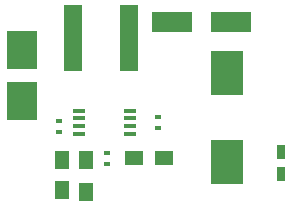
<source format=gbr>
G04 #@! TF.FileFunction,Paste,Top*
%FSLAX46Y46*%
G04 Gerber Fmt 4.6, Leading zero omitted, Abs format (unit mm)*
G04 Created by KiCad (PCBNEW 4.0.7) date 11/01/17 14:12:36*
%MOMM*%
%LPD*%
G01*
G04 APERTURE LIST*
%ADD10C,0.076200*%
%ADD11R,1.100000X0.400000*%
%ADD12R,1.500000X1.250000*%
%ADD13R,1.250000X1.500000*%
%ADD14R,0.750000X1.200000*%
%ADD15R,3.500000X1.800000*%
%ADD16R,0.600000X0.400000*%
%ADD17R,1.300000X1.500000*%
%ADD18R,2.500000X3.200000*%
%ADD19R,2.700000X3.750000*%
%ADD20R,1.600000X5.700000*%
G04 APERTURE END LIST*
D10*
D11*
X176412000Y-106213000D03*
X176412000Y-106863000D03*
X176412000Y-107513000D03*
X176412000Y-108163000D03*
X180712000Y-108163000D03*
X180712000Y-107513000D03*
X180712000Y-106863000D03*
X180712000Y-106213000D03*
D12*
X181122000Y-110236000D03*
X183622000Y-110236000D03*
D13*
X175006000Y-112883000D03*
X175006000Y-110383000D03*
D14*
X193548000Y-111567000D03*
X193548000Y-109667000D03*
D15*
X189317000Y-98679000D03*
X184317000Y-98679000D03*
D16*
X183134000Y-107638000D03*
X183134000Y-106738000D03*
X178816000Y-109786000D03*
X178816000Y-110686000D03*
D17*
X177038000Y-113110000D03*
X177038000Y-110410000D03*
D16*
X174752000Y-107119000D03*
X174752000Y-108019000D03*
D18*
X171577000Y-101092000D03*
X171577000Y-105392000D03*
D19*
X188976000Y-103032000D03*
X188976000Y-110582000D03*
D20*
X180658000Y-100076000D03*
X175958000Y-100076000D03*
M02*

</source>
